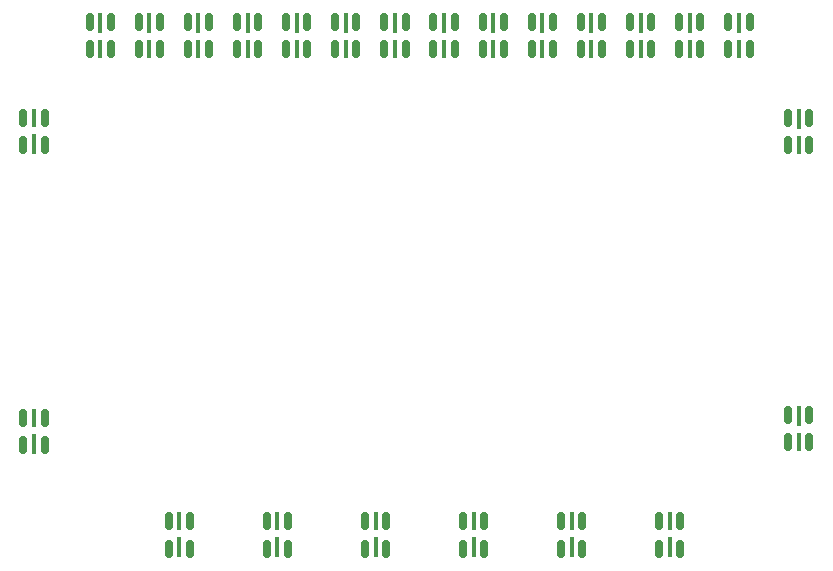
<source format=gbr>
%TF.GenerationSoftware,KiCad,Pcbnew,7.0.10*%
%TF.CreationDate,2024-04-14T19:33:57+02:00*%
%TF.ProjectId,LED_Ring,4c45445f-5269-46e6-972e-6b696361645f,rev?*%
%TF.SameCoordinates,Original*%
%TF.FileFunction,Paste,Top*%
%TF.FilePolarity,Positive*%
%FSLAX46Y46*%
G04 Gerber Fmt 4.6, Leading zero omitted, Abs format (unit mm)*
G04 Created by KiCad (PCBNEW 7.0.10) date 2024-04-14 19:33:57*
%MOMM*%
%LPD*%
G01*
G04 APERTURE LIST*
G04 Aperture macros list*
%AMRoundRect*
0 Rectangle with rounded corners*
0 $1 Rounding radius*
0 $2 $3 $4 $5 $6 $7 $8 $9 X,Y pos of 4 corners*
0 Add a 4 corners polygon primitive as box body*
4,1,4,$2,$3,$4,$5,$6,$7,$8,$9,$2,$3,0*
0 Add four circle primitives for the rounded corners*
1,1,$1+$1,$2,$3*
1,1,$1+$1,$4,$5*
1,1,$1+$1,$6,$7*
1,1,$1+$1,$8,$9*
0 Add four rect primitives between the rounded corners*
20,1,$1+$1,$2,$3,$4,$5,0*
20,1,$1+$1,$4,$5,$6,$7,0*
20,1,$1+$1,$6,$7,$8,$9,0*
20,1,$1+$1,$8,$9,$2,$3,0*%
G04 Aperture macros list end*
%ADD10RoundRect,0.150000X0.150000X0.600000X-0.150000X0.600000X-0.150000X-0.600000X0.150000X-0.600000X0*%
%ADD11RoundRect,0.100000X0.100000X0.750000X-0.100000X0.750000X-0.100000X-0.750000X0.100000X-0.750000X0*%
%ADD12RoundRect,0.100000X0.100000X0.650000X-0.100000X0.650000X-0.100000X-0.650000X0.100000X-0.650000X0*%
%ADD13RoundRect,0.150000X-0.150000X-0.600000X0.150000X-0.600000X0.150000X0.600000X-0.150000X0.600000X0*%
%ADD14RoundRect,0.100000X-0.100000X-0.750000X0.100000X-0.750000X0.100000X0.750000X-0.100000X0.750000X0*%
%ADD15RoundRect,0.100000X-0.100000X-0.650000X0.100000X-0.650000X0.100000X0.650000X-0.100000X0.650000X0*%
G04 APERTURE END LIST*
D10*
%TO.C,D7*%
X43243000Y-16249000D03*
X45043000Y-16249000D03*
X43243000Y-18549000D03*
X45043000Y-18549000D03*
D11*
X44143000Y-16349000D03*
D12*
X44143000Y-18549000D03*
%TD*%
D10*
%TO.C,D11*%
X59883000Y-16249000D03*
X61683000Y-16249000D03*
X59883000Y-18549000D03*
X61683000Y-18549000D03*
D11*
X60783000Y-16349000D03*
D12*
X60783000Y-18549000D03*
%TD*%
D10*
%TO.C,D5*%
X34923000Y-16249000D03*
X36723000Y-16249000D03*
X34923000Y-18549000D03*
X36723000Y-18549000D03*
D11*
X35823000Y-16349000D03*
D12*
X35823000Y-18549000D03*
%TD*%
D10*
%TO.C,D9*%
X51563000Y-16249000D03*
X53363000Y-16249000D03*
X51563000Y-18549000D03*
X53363000Y-18549000D03*
D11*
X52463000Y-16349000D03*
D12*
X52463000Y-18549000D03*
%TD*%
D10*
%TO.C,D12*%
X64043000Y-16249000D03*
X65843000Y-16249000D03*
X64043000Y-18549000D03*
X65843000Y-18549000D03*
D11*
X64943000Y-16349000D03*
D12*
X64943000Y-18549000D03*
%TD*%
D10*
%TO.C,D2*%
X22443000Y-16249000D03*
X24243000Y-16249000D03*
X22443000Y-18549000D03*
X24243000Y-18549000D03*
D11*
X23343000Y-16349000D03*
D12*
X23343000Y-18549000D03*
%TD*%
D10*
%TO.C,D14*%
X72363000Y-16249000D03*
X74163000Y-16249000D03*
X72363000Y-18549000D03*
X74163000Y-18549000D03*
D11*
X73263000Y-16349000D03*
D12*
X73263000Y-18549000D03*
%TD*%
D10*
%TO.C,D1*%
X18283000Y-16249000D03*
X20083000Y-16249000D03*
X18283000Y-18549000D03*
X20083000Y-18549000D03*
D11*
X19183000Y-16349000D03*
D12*
X19183000Y-18549000D03*
%TD*%
D13*
%TO.C,D20*%
X43399200Y-60840000D03*
X41599200Y-60840000D03*
X43399200Y-58540000D03*
X41599200Y-58540000D03*
D14*
X42499200Y-60740000D03*
D15*
X42499200Y-58540000D03*
%TD*%
D13*
%TO.C,D21*%
X35095600Y-60840000D03*
X33295600Y-60840000D03*
X35095600Y-58540000D03*
X33295600Y-58540000D03*
D14*
X34195600Y-60740000D03*
D15*
X34195600Y-58540000D03*
%TD*%
D10*
%TO.C,D6*%
X39083000Y-16249000D03*
X40883000Y-16249000D03*
X39083000Y-18549000D03*
X40883000Y-18549000D03*
D11*
X39983000Y-16349000D03*
D12*
X39983000Y-18549000D03*
%TD*%
D10*
%TO.C,D4*%
X30763000Y-16249000D03*
X32563000Y-16249000D03*
X30763000Y-18549000D03*
X32563000Y-18549000D03*
D11*
X31663000Y-16349000D03*
D12*
X31663000Y-18549000D03*
%TD*%
D10*
%TO.C,D10*%
X55723000Y-16249000D03*
X57523000Y-16249000D03*
X55723000Y-18549000D03*
X57523000Y-18549000D03*
D11*
X56623000Y-16349000D03*
D12*
X56623000Y-18549000D03*
%TD*%
D10*
%TO.C,D8*%
X47403000Y-16249000D03*
X49203000Y-16249000D03*
X47403000Y-18549000D03*
X49203000Y-18549000D03*
D11*
X48303000Y-16349000D03*
D12*
X48303000Y-18549000D03*
%TD*%
D13*
%TO.C,D23*%
X14484000Y-52084000D03*
X12684000Y-52084000D03*
X14484000Y-49784000D03*
X12684000Y-49784000D03*
D14*
X13584000Y-51984000D03*
D15*
X13584000Y-49784000D03*
%TD*%
D10*
%TO.C,D13*%
X68203000Y-16249000D03*
X70003000Y-16249000D03*
X68203000Y-18549000D03*
X70003000Y-18549000D03*
D11*
X69103000Y-16349000D03*
D12*
X69103000Y-18549000D03*
%TD*%
D10*
%TO.C,D16*%
X77432000Y-49544000D03*
X79232000Y-49544000D03*
X77432000Y-51844000D03*
X79232000Y-51844000D03*
D11*
X78332000Y-49644000D03*
D12*
X78332000Y-51844000D03*
%TD*%
D13*
%TO.C,D17*%
X68310000Y-60840000D03*
X66510000Y-60840000D03*
X68310000Y-58540000D03*
X66510000Y-58540000D03*
D14*
X67410000Y-60740000D03*
D15*
X67410000Y-58540000D03*
%TD*%
D10*
%TO.C,D3*%
X26603000Y-16249000D03*
X28403000Y-16249000D03*
X26603000Y-18549000D03*
X28403000Y-18549000D03*
D11*
X27503000Y-16349000D03*
D12*
X27503000Y-18549000D03*
%TD*%
D13*
%TO.C,D24*%
X14484000Y-26684000D03*
X12684000Y-26684000D03*
X14484000Y-24384000D03*
X12684000Y-24384000D03*
D14*
X13584000Y-26584000D03*
D15*
X13584000Y-24384000D03*
%TD*%
D13*
%TO.C,D18*%
X60006400Y-60840000D03*
X58206400Y-60840000D03*
X60006400Y-58540000D03*
X58206400Y-58540000D03*
D14*
X59106400Y-60740000D03*
D15*
X59106400Y-58540000D03*
%TD*%
D13*
%TO.C,D19*%
X51702800Y-60840000D03*
X49902800Y-60840000D03*
X51702800Y-58540000D03*
X49902800Y-58540000D03*
D14*
X50802800Y-60740000D03*
D15*
X50802800Y-58540000D03*
%TD*%
D13*
%TO.C,D22*%
X26792000Y-60840000D03*
X24992000Y-60840000D03*
X26792000Y-58540000D03*
X24992000Y-58540000D03*
D14*
X25892000Y-60740000D03*
D15*
X25892000Y-58540000D03*
%TD*%
D10*
%TO.C,D15*%
X77432000Y-24384000D03*
X79232000Y-24384000D03*
X77432000Y-26684000D03*
X79232000Y-26684000D03*
D11*
X78332000Y-24484000D03*
D12*
X78332000Y-26684000D03*
%TD*%
M02*

</source>
